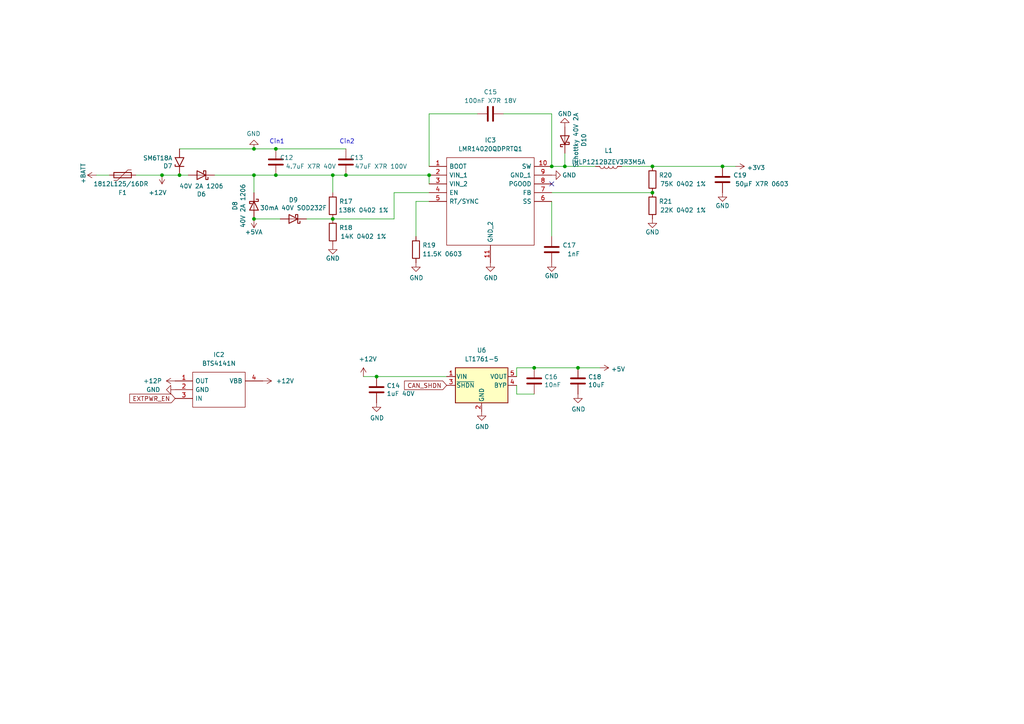
<source format=kicad_sch>
(kicad_sch (version 20211123) (generator eeschema)
  (paper "A4")
  (lib_symbols
    (symbol "BTS4141N:BTS4141N" (pin_names (offset 0.762))
      (property "Reference" "IC" (at 21.59 7.62 0))
      (property "Value" "BTS4141N" (at 21.59 5.08 0))
      (symbol "BTS4141N_0_0"
        (pin passive line (at 0 0 0) (length 5.08) (name "OUT") (number "1"))
        (pin passive line (at 0 -2.54 0) (length 5.08) (name "GND") (number "2"))
        (pin passive line (at 0 -5.08 0) (length 5.08) (name "IN") (number "3"))
        (pin passive line (at 25.4 0 180) (length 5.08) (name "VBB") (number "4"))
      )
      (symbol "BTS4141N_0_1"
        (polyline (pts (xy 5.08 2.54) (xy 20.32 2.54) (xy 20.32 -7.62) (xy 5.08 -7.62) (xy 5.08 2.54)) (stroke (width 0.1524)))
      )
    )
    (symbol "Device:C" (pin_numbers hide) (pin_names (offset 0.254))
      (property "Reference" "C" (at 0.635 2.54 0))
      (property "Value" "C" (at 0.635 -2.54 0))
      (symbol "C_0_1"
        (polyline (pts (xy -2.032 -0.762) (xy 2.032 -0.762)) (stroke (width 0.508)))
        (polyline (pts (xy -2.032 0.762) (xy 2.032 0.762)) (stroke (width 0.508)))
      )
      (symbol "C_1_1"
        (pin passive line (at 0 3.81 270) (length 2.794) (name "~") (number "1"))
        (pin passive line (at 0 -3.81 90) (length 2.794) (name "~") (number "2"))
      )
    )
    (symbol "Device:D_Schottky" (pin_numbers hide) (pin_names (offset 1.016) hide)
      (property "Reference" "D" (at 0 2.54 0))
      (property "Value" "D_Schottky" (at 0 -2.54 0))
      (symbol "D_Schottky_0_1"
        (polyline (pts (xy 1.27 0) (xy -1.27 0)))
        (polyline (pts (xy 1.27 1.27) (xy 1.27 -1.27) (xy -1.27 0) (xy 1.27 1.27)) (stroke (width 0.254)))
        (polyline (pts (xy -1.905 0.635) (xy -1.905 1.27) (xy -1.27 1.27) (xy -1.27 -1.27) (xy -0.635 -1.27) (xy -0.635 -0.635)) (stroke (width 0.254)))
      )
      (symbol "D_Schottky_1_1"
        (pin passive line (at -3.81 0 0) (length 2.54) (name "K") (number "1"))
        (pin passive line (at 3.81 0 180) (length 2.54) (name "A") (number "2"))
      )
    )
    (symbol "Device:L" (pin_numbers hide) (pin_names (offset 1.016) hide)
      (property "Reference" "L" (at -1.27 0 90))
      (property "Value" "L" (at 1.905 0 90))
      (symbol "L_0_1"
        (arc (start 0 -2.54) (mid 0.635 -1.905) (end 0 -1.27))
        (arc (start 0 -1.27) (mid 0.635 -0.635) (end 0 0))
        (arc (start 0 0) (mid 0.635 0.635) (end 0 1.27))
        (arc (start 0 1.27) (mid 0.635 1.905) (end 0 2.54))
      )
      (symbol "L_1_1"
        (pin passive line (at 0 3.81 270) (length 1.27) (name "1") (number "1"))
        (pin passive line (at 0 -3.81 90) (length 1.27) (name "2") (number "2"))
      )
    )
    (symbol "Device:Polyfuse" (pin_numbers hide) (pin_names (offset 0))
      (property "Reference" "F" (at -2.54 0 90))
      (property "Value" "Polyfuse" (at 2.54 0 90))
      (symbol "Polyfuse_0_1"
        (rectangle (start -0.762 2.54) (end 0.762 -2.54) (stroke (width 0.254)))
        (polyline (pts (xy 0 2.54) (xy 0 -2.54)))
        (polyline (pts (xy -1.524 2.54) (xy -1.524 1.524) (xy 1.524 -1.524) (xy 1.524 -2.54)))
      )
      (symbol "Polyfuse_1_1"
        (pin passive line (at 0 3.81 270) (length 1.27) (name "~") (number "1"))
        (pin passive line (at 0 -3.81 90) (length 1.27) (name "~") (number "2"))
      )
    )
    (symbol "Device:R" (pin_numbers hide) (pin_names (offset 0))
      (property "Reference" "R" (at 2.032 0 90))
      (property "Value" "R" (at 0 0 90))
      (symbol "R_0_1"
        (rectangle (start -1.016 -2.54) (end 1.016 2.54) (stroke (width 0.254)))
      )
      (symbol "R_1_1"
        (pin passive line (at 0 3.81 270) (length 1.27) (name "~") (number "1"))
        (pin passive line (at 0 -3.81 90) (length 1.27) (name "~") (number "2"))
      )
    )
    (symbol "Diode:SM6T18A" (pin_numbers hide) (pin_names (offset 1.016) hide)
      (property "Reference" "D" (at 0 2.54 0))
      (property "Value" "SM6T18A" (at 0 -2.54 0))
      (symbol "SM6T18A_0_1"
        (polyline (pts (xy -0.762 1.27) (xy -1.27 1.27) (xy -1.27 -1.27)) (stroke (width 0.254)))
        (polyline (pts (xy 1.27 1.27) (xy 1.27 -1.27) (xy -1.27 0) (xy 1.27 1.27)) (stroke (width 0.254)))
      )
      (symbol "SM6T18A_1_1"
        (pin passive line (at -3.81 0 0) (length 2.54) (name "A1") (number "1"))
        (pin passive line (at 3.81 0 180) (length 2.54) (name "A2") (number "2"))
      )
    )
    (symbol "LMR14020QDPRTQ1:LMR14020QDPRTQ1" (pin_names (offset 0.762))
      (property "Reference" "IC" (at 31.75 7.62 0))
      (property "Value" "LMR14020QDPRTQ1" (at 31.75 5.08 0))
      (symbol "LMR14020QDPRTQ1_0_0"
        (pin passive line (at 0 0 0) (length 5.08) (name "BOOT") (number "1"))
        (pin passive line (at 35.56 0 180) (length 5.08) (name "SW") (number "10"))
        (pin passive line (at 17.78 -27.94 90) (length 5.08) (name "GND_2") (number "11"))
        (pin passive line (at 0 -2.54 0) (length 5.08) (name "VIN_1") (number "2"))
        (pin passive line (at 0 -5.08 0) (length 5.08) (name "VIN_2") (number "3"))
        (pin passive line (at 0 -7.62 0) (length 5.08) (name "EN") (number "4"))
        (pin passive line (at 0 -10.16 0) (length 5.08) (name "RT/SYNC") (number "5"))
        (pin passive line (at 35.56 -10.16 180) (length 5.08) (name "SS") (number "6"))
        (pin passive line (at 35.56 -7.62 180) (length 5.08) (name "FB") (number "7"))
        (pin passive line (at 35.56 -5.08 180) (length 5.08) (name "PGOOD") (number "8"))
        (pin passive line (at 35.56 -2.54 180) (length 5.08) (name "GND_1") (number "9"))
      )
      (symbol "LMR14020QDPRTQ1_0_1"
        (polyline (pts (xy 5.08 2.54) (xy 30.48 2.54) (xy 30.48 -22.86) (xy 5.08 -22.86) (xy 5.08 2.54)) (stroke (width 0.1524)))
      )
    )
    (symbol "Regulator_Linear:LT1761-3.3" (pin_names (offset 0.254))
      (property "Reference" "U" (at -6.35 6.35 0))
      (property "Value" "LT1761-3.3" (at 0 6.35 0))
      (symbol "LT1761-3.3_0_1"
        (rectangle (start -7.62 5.08) (end 7.62 -5.08) (stroke (width 0.254)) (fill (type background)))
      )
      (symbol "LT1761-3.3_1_1"
        (pin power_in line (at -10.16 2.54 0) (length 2.54) (name "VIN") (number "1"))
        (pin power_in line (at 0 -7.62 90) (length 2.54) (name "GND") (number "2"))
        (pin input line (at -10.16 0 0) (length 2.54) (name "~{SHDN}") (number "3"))
        (pin passive line (at 10.16 0 180) (length 2.54) (name "BYP") (number "4"))
        (pin power_out line (at 10.16 2.54 180) (length 2.54) (name "VOUT") (number "5"))
      )
    )
    (symbol "power:+12P" (power) (pin_names (offset 0))
      (property "Value" "+12P" (at 0 3.556 0))
      (symbol "+12P_0_1"
        (polyline (pts (xy -0.762 1.27) (xy 0 2.54)))
        (polyline (pts (xy 0 0) (xy 0 2.54)))
        (polyline (pts (xy 0 2.54) (xy 0.762 1.27)))
      )
      (symbol "+12P_1_1"
        (pin power_in line (at 0 0 90) (length 0) hide (name "+12P") (number "1"))
      )
    )
    (symbol "power:+12V" (power) (pin_names (offset 0))
      (property "Value" "+12V" (at 0 3.556 0))
      (symbol "+12V_0_1"
        (polyline (pts (xy -0.762 1.27) (xy 0 2.54)))
        (polyline (pts (xy 0 0) (xy 0 2.54)))
        (polyline (pts (xy 0 2.54) (xy 0.762 1.27)))
      )
      (symbol "+12V_1_1"
        (pin power_in line (at 0 0 90) (length 0) hide (name "+12V") (number "1"))
      )
    )
    (symbol "power:+3.3V" (power) (pin_names (offset 0))
      (property "Value" "+3.3V" (at 0 3.556 0))
      (symbol "+3.3V_0_1"
        (polyline (pts (xy -0.762 1.27) (xy 0 2.54)))
        (polyline (pts (xy 0 0) (xy 0 2.54)))
        (polyline (pts (xy 0 2.54) (xy 0.762 1.27)))
      )
      (symbol "+3.3V_1_1"
        (pin power_in line (at 0 0 90) (length 0) hide (name "+3V3") (number "1"))
      )
    )
    (symbol "power:+5V" (power) (pin_names (offset 0))
      (property "Value" "+5V" (at 0 3.556 0))
      (symbol "+5V_0_1"
        (polyline (pts (xy -0.762 1.27) (xy 0 2.54)))
        (polyline (pts (xy 0 0) (xy 0 2.54)))
        (polyline (pts (xy 0 2.54) (xy 0.762 1.27)))
      )
      (symbol "+5V_1_1"
        (pin power_in line (at 0 0 90) (length 0) hide (name "+5V") (number "1"))
      )
    )
    (symbol "power:+5VA" (power) (pin_names (offset 0))
      (property "Value" "+5VA" (at 0 3.556 0))
      (symbol "+5VA_0_1"
        (polyline (pts (xy -0.762 1.27) (xy 0 2.54)))
        (polyline (pts (xy 0 0) (xy 0 2.54)))
        (polyline (pts (xy 0 2.54) (xy 0.762 1.27)))
      )
      (symbol "+5VA_1_1"
        (pin power_in line (at 0 0 90) (length 0) hide (name "+5VA") (number "1"))
      )
    )
    (symbol "power:+BATT" (power) (pin_names (offset 0))
      (property "Value" "+BATT" (at 0 3.556 0))
      (symbol "+BATT_0_1"
        (polyline (pts (xy -0.762 1.27) (xy 0 2.54)))
        (polyline (pts (xy 0 0) (xy 0 2.54)))
        (polyline (pts (xy 0 2.54) (xy 0.762 1.27)))
      )
      (symbol "+BATT_1_1"
        (pin power_in line (at 0 0 90) (length 0) hide (name "+BATT") (number "1"))
      )
    )
    (symbol "power:GND" (power) (pin_names (offset 0))
      (property "Value" "GND" (at 0 -3.81 0))
      (symbol "GND_0_1"
        (polyline (pts (xy 0 0) (xy 0 -1.27) (xy 1.27 -1.27) (xy 0 -2.54) (xy -1.27 -1.27) (xy 0 -1.27)))
      )
      (symbol "GND_1_1"
        (pin power_in line (at 0 0 270) (length 0) hide (name "GND") (number "1"))
      )
    )
  )
  (junction (at 80.01 50.8))
  (junction (at 160.02 48.26))
  (junction (at 163.83 48.26))
  (junction (at 154.94 106.68))
  (junction (at 189.23 48.26))
  (junction (at 124.46 50.8))
  (junction (at 73.66 43.18))
  (junction (at 96.52 50.8))
  (junction (at 80.01 43.18))
  (junction (at 96.52 63.5))
  (junction (at 209.55 48.26))
  (junction (at 109.22 109.22))
  (junction (at 52.07 50.8))
  (junction (at 73.66 63.5))
  (junction (at 46.99 50.8))
  (junction (at 189.23 55.88))
  (junction (at 73.66 50.8))
  (junction (at 100.33 50.8))
  (junction (at 167.64 106.68))
  (no_connect (at 160.02 53.34))
  (wire (pts (xy 180.34 48.26) (xy 189.23 48.26)))
  (wire (pts (xy 100.33 50.8) (xy 124.46 50.8)))
  (wire (pts (xy 149.86 109.22) (xy 149.86 106.68)))
  (wire (pts (xy 163.83 48.26) (xy 163.83 44.45)))
  (wire (pts (xy 88.9 63.5) (xy 96.52 63.5)))
  (wire (pts (xy 80.01 50.8) (xy 73.66 50.8)))
  (wire (pts (xy 120.65 58.42) (xy 124.46 58.42)))
  (wire (pts (xy 96.52 55.88) (xy 96.52 50.8)))
  (wire (pts (xy 80.01 43.18) (xy 100.33 43.18)))
  (wire (pts (xy 105.41 109.22) (xy 109.22 109.22)))
  (wire (pts (xy 209.55 48.26) (xy 189.23 48.26)))
  (wire (pts (xy 80.01 50.8) (xy 96.52 50.8)))
  (wire (pts (xy 149.86 114.3) (xy 154.94 114.3)))
  (wire (pts (xy 73.66 50.8) (xy 62.23 50.8)))
  (wire (pts (xy 149.86 111.76) (xy 149.86 114.3)))
  (wire (pts (xy 120.65 68.58) (xy 120.65 58.42)))
  (wire (pts (xy 109.22 109.22) (xy 129.54 109.22)))
  (wire (pts (xy 96.52 50.8) (xy 100.33 50.8)))
  (wire (pts (xy 114.3 55.88) (xy 114.3 63.5)))
  (wire (pts (xy 173.99 106.68) (xy 167.64 106.68)))
  (wire (pts (xy 52.07 50.8) (xy 54.61 50.8)))
  (wire (pts (xy 124.46 33.02) (xy 138.43 33.02)))
  (wire (pts (xy 39.37 50.8) (xy 46.99 50.8)))
  (wire (pts (xy 213.36 48.26) (xy 209.55 48.26)))
  (wire (pts (xy 163.83 48.26) (xy 160.02 48.26)))
  (wire (pts (xy 31.75 50.8) (xy 27.94 50.8)))
  (wire (pts (xy 73.66 55.88) (xy 73.66 50.8)))
  (wire (pts (xy 124.46 53.34) (xy 124.46 50.8)))
  (wire (pts (xy 160.02 33.02) (xy 160.02 48.26)))
  (wire (pts (xy 46.99 50.8) (xy 52.07 50.8)))
  (wire (pts (xy 154.94 106.68) (xy 167.64 106.68)))
  (wire (pts (xy 160.02 58.42) (xy 160.02 68.58)))
  (wire (pts (xy 189.23 55.88) (xy 160.02 55.88)))
  (wire (pts (xy 124.46 48.26) (xy 124.46 33.02)))
  (wire (pts (xy 73.66 63.5) (xy 81.28 63.5)))
  (wire (pts (xy 73.66 43.18) (xy 52.07 43.18)))
  (wire (pts (xy 80.01 43.18) (xy 73.66 43.18)))
  (wire (pts (xy 124.46 55.88) (xy 114.3 55.88)))
  (wire (pts (xy 172.72 48.26) (xy 163.83 48.26)))
  (wire (pts (xy 114.3 63.5) (xy 96.52 63.5)))
  (wire (pts (xy 149.86 106.68) (xy 154.94 106.68)))
  (wire (pts (xy 146.05 33.02) (xy 160.02 33.02)))
  (text "Cin1" (at 82.55 41.91 180) (effects (font (size 1.27 1.27)) (justify right bottom)))
  (text "Cin2" (at 102.87 41.91 180) (effects (font (size 1.27 1.27)) (justify right bottom)))
  (global_label "CAN_SHDN" (shape input) (at 129.54 111.76 180) (property "Intersheet References" "${INTERSHEET_REFS}" (effects hide)))
  (global_label "EXTPWR_EN" (shape input) (at 50.8 115.57 180) (property "Intersheet References" "${INTERSHEET_REFS}" (effects hide)))
  (symbol (lib_id "power:+5VA") (at 73.66 63.5 180) (unit 1)
    (property "Reference" "#PWR0171" (effects hide))
    (property "Value" "+5VA" (at 76.2 67.31 0) (effects (justify left)))
  )
  (symbol (lib_id "power:+BATT") (at 27.94 50.8 90) (unit 1)
    (property "Reference" "#PWR0170" (effects hide))
    (property "Value" "+BATT" (at 24.13 53.34 0) (effects (justify left)))
  )
  (symbol (lib_id "Device:D_Schottky") (at 73.66 59.69 270) (unit 1)
    (property "Reference" "D8" (at 68.1482 59.69 0))
    (property "Value" "40V 2A 1206" (at 70.4596 59.69 0))
    (property "Footprint" "Diode_SMD:D_1206_3216Metric" (effects hide))
  )
  (symbol (lib_id "Device:D_Schottky") (at 58.42 50.8 180) (unit 1)
    (property "Reference" "D6" (at 58.42 56.3118 0))
    (property "Value" "40V 2A 1206" (at 58.42 54.0004 0))
    (property "Footprint" "Diode_SMD:D_1206_3216Metric_Castellated" (effects hide))
  )
  (symbol (lib_id "Device:L") (at 176.53 48.26 270) (unit 1)
    (property "Reference" "L1" (at 176.53 43.6626 90))
    (property "Value" "IHLP1212BZEV3R3M5A" (at 176.53 46.99 90))
    (property "Footprint" "Inductor_SMD:L_Vishay_IHLP-1212" (effects hide))
  )
  (symbol (lib_id "power:+5V") (at 173.99 106.68 270) (unit 1)
    (property "Reference" "#PWR0158" (effects hide))
    (property "Value" "+5V" (at 177.2412 107.061 90) (effects (justify left)))
  )
  (symbol (lib_id "power:+3.3V") (at 213.36 48.26 270) (unit 1)
    (property "Reference" "#PWR0159" (effects hide))
    (property "Value" "+3.3V" (at 216.6112 48.641 90) (effects (justify left)))
  )
  (symbol (lib_id "Device:Polyfuse") (at 35.56 50.8 270) (unit 1)
    (property "Reference" "F1" (at 35.56 55.88 90))
    (property "Value" "1812L125/16DR " (at 35.56 53.34 90))
    (property "Footprint" "Fuse:Fuse_1812_4532Metric_Castellated" (effects hide))
  )
  (symbol (lib_id "Diode:SM6T18A") (at 52.07 46.99 90) (unit 1)
    (property "Reference" "D7" (at 50.038 48.1584 90) (effects (justify left)))
    (property "Value" "SM6T18A" (at 50.038 45.847 90) (effects (justify left)))
    (property "Footprint" "Diode_SMD:D_SMB" (effects hide))
    (property "Datasheet" "https://www.st.com/resource/en/datasheet/sm6t.pdf" (effects hide))
  )
  (symbol (lib_id "power:GND") (at 73.66 43.18 180) (unit 1)
    (property "Reference" "#PWR0169" (effects hide))
    (property "Value" "GND" (at 73.533 38.7858 0))
  )
  (symbol (lib_id "Device:C") (at 80.01 46.99 180) (unit 1)
    (property "Reference" "C12" (at 85.09 45.72 0) (effects (justify left)))
    (property "Value" "4.7uF X7R 40V" (at 90.17 48.26 0))
    (property "Footprint" "Capacitor_SMD:C_0603_1608Metric_Pad1.08x0.95mm_HandSolder" (effects hide))
  )
  (symbol (lib_id "Device:R") (at 120.65 72.39 0) (unit 1)
    (property "Reference" "R19" (at 124.46 71.12 0))
    (property "Value" "11.5K 0603" (at 128.27 73.66 0))
    (property "Footprint" "Resistor_SMD:R_0603_1608Metric_Pad0.98x0.95mm_HandSolder" (effects hide))
  )
  (symbol (lib_id "power:GND") (at 142.24 76.2 0) (unit 1)
    (property "Reference" "#PWR0160" (effects hide))
    (property "Value" "GND" (at 142.367 80.5942 0))
  )
  (symbol (lib_id "Regulator_Linear:LT1761-3.3") (at 139.7 111.76 0) (unit 1)
    (property "Reference" "U6" (at 139.7 101.6 0))
    (property "Value" "LT1761-5" (at 139.7 104.14 0))
    (property "Footprint" "Package_TO_SOT_SMD:TSOT-23-5" (effects hide))
    (property "Datasheet" "https://www.analog.com/media/en/technical-documentation/data-sheets/1761sff.pdf" (effects hide))
  )
  (symbol (lib_id "power:GND") (at 139.7 119.38 0) (unit 1)
    (property "Reference" "#PWR0161" (effects hide))
    (property "Value" "GND" (at 139.827 123.7742 0))
  )
  (symbol (lib_id "Device:C") (at 154.94 110.49 0) (unit 1)
    (property "Reference" "C16" (at 157.861 109.3216 0) (effects (justify left)))
    (property "Value" "10nF" (at 157.861 111.633 0) (effects (justify left)))
    (property "Footprint" "Capacitor_SMD:C_0603_1608Metric_Pad1.08x0.95mm_HandSolder" (effects hide))
  )
  (symbol (lib_id "Device:C") (at 167.64 110.49 0) (unit 1)
    (property "Reference" "C18" (at 170.561 109.3216 0) (effects (justify left)))
    (property "Value" "10uF" (at 170.561 111.633 0) (effects (justify left)))
    (property "Footprint" "Capacitor_SMD:C_0603_1608Metric_Pad1.08x0.95mm_HandSolder" (effects hide))
  )
  (symbol (lib_id "power:GND") (at 167.64 114.3 0) (unit 1)
    (property "Reference" "#PWR0162" (effects hide))
    (property "Value" "GND" (at 167.767 118.6942 0))
  )
  (symbol (lib_id "Device:C") (at 109.22 113.03 0) (unit 1)
    (property "Reference" "C14" (at 112.141 111.8616 0) (effects (justify left)))
    (property "Value" "1uF 40V" (at 112.141 114.173 0) (effects (justify left)))
    (property "Footprint" "Capacitor_SMD:C_0603_1608Metric_Pad1.08x0.95mm_HandSolder" (effects hide))
  )
  (symbol (lib_id "power:GND") (at 109.22 116.84 0) (unit 1)
    (property "Reference" "#PWR0163" (effects hide))
    (property "Value" "GND" (at 109.347 121.2342 0))
  )
  (symbol (lib_id "power:+12V") (at 46.99 50.8 180) (unit 1)
    (property "Reference" "#PWR0168" (effects hide))
    (property "Value" "+12V" (at 45.72 55.88 0))
  )
  (symbol (lib_id "power:+12V") (at 105.41 109.22 0) (unit 1)
    (property "Reference" "#PWR0164" (effects hide))
    (property "Value" "+12V" (at 106.68 104.14 0))
  )
  (symbol (lib_id "BTS4141N:BTS4141N") (at 50.8 110.49 0) (unit 1)
    (property "Reference" "IC2" (at 63.5 102.87 0))
    (property "Value" "BTS4141N" (at 63.5 105.41 0))
    (property "Footprint" "Package_TO_SOT_SMD:SOT-223" (effects hide))
    (property "Datasheet" "https://datasheet.datasheetarchive.com/originals/distributors/SFDatasheet-11/sf-000233497.pdf" (effects hide))
    (property "Description" "Power Switch ICs - Power Distribution Smart High Side MINI-PROFET" (effects hide))
    (property "Height" "1.8" (effects hide))
    (property "Manufacturer_Name" "Infineon" (effects hide))
    (property "Manufacturer_Part_Number" "BTS4141N" (effects hide))
  )
  (symbol (lib_id "power:+12V") (at 76.2 110.49 270) (unit 1)
    (property "Reference" "#PWR0165" (effects hide))
    (property "Value" "+12V" (at 80.01 110.49 90) (effects (justify left)))
  )
  (symbol (lib_id "power:+12P") (at 50.8 110.49 90) (unit 1)
    (property "Reference" "#PWR0166" (effects hide))
    (property "Value" "+12P" (at 46.99 110.49 90) (effects (justify left)))
  )
  (symbol (lib_id "power:GND") (at 50.8 113.03 270) (unit 1)
    (property "Reference" "#PWR0167" (effects hide))
    (property "Value" "GND" (at 44.45 113.03 90))
  )
  (symbol (lib_id "Device:C") (at 142.24 33.02 270) (unit 1)
    (property "Reference" "C15" (at 142.24 26.67 90))
    (property "Value" "100nF X7R 18V" (at 142.24 29.21 90))
    (property "Footprint" "Capacitor_SMD:C_0603_1608Metric_Pad1.08x0.95mm_HandSolder" (effects hide))
  )
  (symbol (lib_id "power:GND") (at 160.02 50.8 90) (unit 1)
    (property "Reference" "#PWR0173" (effects hide))
    (property "Value" "GND" (at 165.1 50.8 90))
  )
  (symbol (lib_id "Device:C") (at 160.02 72.39 180) (unit 1)
    (property "Reference" "C17" (at 165.1 71.12 0))
    (property "Value" "1nF" (at 166.37 73.66 0))
    (property "Footprint" "Capacitor_SMD:C_0603_1608Metric_Pad1.08x0.95mm_HandSolder" (effects hide))
  )
  (symbol (lib_id "power:GND") (at 160.02 76.2 0) (unit 1)
    (property "Reference" "#PWR0172" (effects hide))
    (property "Value" "GND" (at 160.02 80.01 0))
  )
  (symbol (lib_id "power:GND") (at 120.65 76.2 0) (unit 1)
    (property "Reference" "#PWR0174" (effects hide))
    (property "Value" "GND" (at 120.777 80.5942 0))
  )
  (symbol (lib_id "Device:D_Schottky") (at 163.83 40.64 90) (unit 1)
    (property "Reference" "D10" (at 169.3418 40.64 0))
    (property "Value" "Schottky 40V 2A" (at 167.0304 40.64 0))
    (property "Footprint" "Diode_SMD:D_1206_3216Metric" (effects hide))
  )
  (symbol (lib_id "power:GND") (at 163.83 36.83 180) (unit 1)
    (property "Reference" "#PWR0175" (effects hide))
    (property "Value" "GND" (at 163.83 33.02 0))
  )
  (symbol (lib_id "Device:R") (at 189.23 52.07 0) (unit 1)
    (property "Reference" "R20" (at 193.04 50.8 0))
    (property "Value" "75K 0402 1%" (at 198.12 53.34 0))
    (property "Footprint" "Resistor_SMD:R_0603_1608Metric_Pad0.98x0.95mm_HandSolder" (effects hide))
  )
  (symbol (lib_id "Device:R") (at 189.23 59.69 0) (unit 1)
    (property "Reference" "R21" (at 193.04 58.42 0))
    (property "Value" "22K 0402 1%" (at 198.12 60.96 0))
    (property "Footprint" "Resistor_SMD:R_0603_1608Metric_Pad0.98x0.95mm_HandSolder" (effects hide))
  )
  (symbol (lib_id "power:GND") (at 189.23 63.5 0) (unit 1)
    (property "Reference" "#PWR0176" (effects hide))
    (property "Value" "GND" (at 189.23 67.31 0))
  )
  (symbol (lib_id "Device:C") (at 209.55 52.07 180) (unit 1)
    (property "Reference" "C19" (at 214.63 50.8 0))
    (property "Value" "50µF X7R 0603" (at 220.98 53.34 0))
    (property "Footprint" "Capacitor_SMD:C_0603_1608Metric_Pad1.08x0.95mm_HandSolder" (effects hide))
  )
  (symbol (lib_id "power:GND") (at 209.55 55.88 0) (unit 1)
    (property "Reference" "#PWR0177" (effects hide))
    (property "Value" "GND" (at 209.55 59.69 0))
  )
  (symbol (lib_id "LMR14020QDPRTQ1:LMR14020QDPRTQ1") (at 124.46 48.26 0) (unit 1)
    (property "Reference" "IC3" (at 142.24 40.64 0))
    (property "Value" "LMR14020QDPRTQ1" (at 142.24 43.18 0))
    (property "Footprint" "MySymbols:SON80P400X400X80-11N" (effects hide))
    (property "Datasheet" "http://www.ti.com/lit/gpn/LMR14020-Q1" (effects hide))
    (property "Description" "Automotive 40V, 2A SIMPLE SWITCHER, 2.2MHz Step-Down Regulator with 40uA IQ" (effects hide))
    (property "Height" "0.8" (effects hide))
    (property "Manufacturer_Name" "Texas Instruments" (effects hide))
    (property "Manufacturer_Part_Number" "LMR14020QDPRTQ1" (effects hide))
  )
  (symbol (lib_id "Device:R") (at 96.52 59.69 0) (unit 1)
    (property "Reference" "R17" (at 100.33 58.42 0))
    (property "Value" "138K 0402 1%" (at 105.41 60.96 0))
    (property "Footprint" "Resistor_SMD:R_0603_1608Metric_Pad0.98x0.95mm_HandSolder" (effects hide))
  )
  (symbol (lib_id "power:GND") (at 96.52 71.12 0) (unit 1)
    (property "Reference" "#PWR0178" (effects hide))
    (property "Value" "GND" (at 96.52 74.93 0))
  )
  (symbol (lib_id "Device:D_Schottky") (at 85.09 63.5 180) (unit 1)
    (property "Reference" "D9" (at 85.09 57.9882 0))
    (property "Value" "30mA 40V SOD232F" (at 85.09 60.2996 0))
    (property "Footprint" "Diode_SMD:D_SOD-323F" (effects hide))
  )
  (symbol (lib_id "Device:R") (at 96.52 67.31 0) (unit 1)
    (property "Reference" "R18" (at 100.33 66.04 0))
    (property "Value" "14K 0402 1%" (at 105.41 68.58 0))
    (property "Footprint" "Resistor_SMD:R_0603_1608Metric_Pad0.98x0.95mm_HandSolder" (effects hide))
  )
  (symbol (lib_id "Device:C") (at 100.33 46.99 180) (unit 1)
    (property "Reference" "C13" (at 105.41 45.72 0) (effects (justify left)))
    (property "Value" "47uF X7R 100V" (at 110.49 48.26 0))
    (property "Footprint" "Capacitor_SMD:C_0603_1608Metric_Pad1.08x0.95mm_HandSolder" (effects hide))
  )
)
</source>
